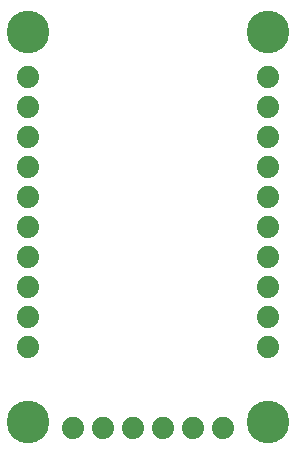
<source format=gbr>
G04 EAGLE Gerber RS-274X export*
G75*
%MOMM*%
%FSLAX34Y34*%
%LPD*%
%INSoldermask Bottom*%
%IPPOS*%
%AMOC8*
5,1,8,0,0,1.08239X$1,22.5*%
G01*
%ADD10C,3.617600*%
%ADD11C,1.879600*%


D10*
X228600Y355600D03*
X25400Y355600D03*
X228600Y25400D03*
X25400Y25400D03*
D11*
X63500Y20320D03*
X88900Y20320D03*
X114300Y20320D03*
X139700Y20320D03*
X165100Y20320D03*
X190500Y20320D03*
X25400Y317500D03*
X25400Y292100D03*
X25400Y266700D03*
X25400Y241300D03*
X25400Y215900D03*
X25400Y190500D03*
X25400Y165100D03*
X25400Y139700D03*
X25400Y114300D03*
X25400Y88900D03*
X228600Y88900D03*
X228600Y114300D03*
X228600Y139700D03*
X228600Y165100D03*
X228600Y190500D03*
X228600Y215900D03*
X228600Y241300D03*
X228600Y266700D03*
X228600Y292100D03*
X228600Y317500D03*
M02*

</source>
